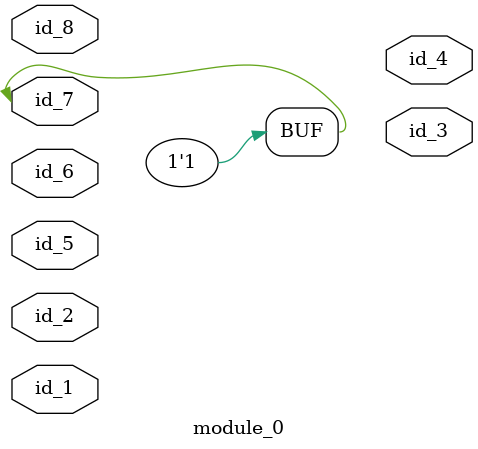
<source format=v>
module module_0 (
    id_1,
    id_2,
    id_3,
    id_4,
    id_5,
    id_6,
    id_7,
    id_8
);
  input id_8;
  inout id_7;
  inout id_6;
  input id_5;
  output id_4;
  output id_3;
  inout id_2;
  input id_1;
  assign id_7 = "" ? id_7 + id_2 : 1;
endmodule

</source>
